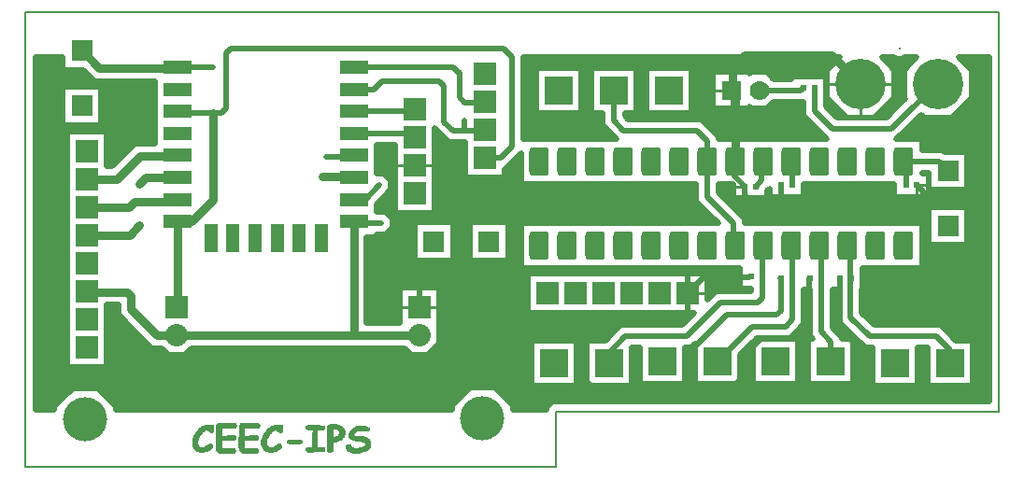
<source format=gbr>
G04 PROTEUS GERBER X2 FILE*
%TF.GenerationSoftware,Labcenter,Proteus,8.6-SP2-Build23525*%
%TF.CreationDate,2019-05-24T14:24:23+00:00*%
%TF.FileFunction,Copper,L1,Top*%
%TF.FilePolarity,Positive*%
%TF.Part,Single*%
%FSLAX45Y45*%
%MOMM*%
G01*
%TA.AperFunction,Conductor*%
%ADD10C,0.508000*%
%ADD11C,0.762000*%
%TA.AperFunction,ViaPad*%
%ADD12C,0.508000*%
%TA.AperFunction,Conductor*%
%ADD13C,0.254000*%
%TA.AperFunction,SMDPad,CuDef*%
%ADD14R,2.540000X1.270000*%
%ADD15R,1.270000X2.540000*%
%TA.AperFunction,ComponentPad*%
%ADD16R,1.905000X1.905000*%
%TA.AperFunction,ComponentPad*%
%ADD17R,2.032000X2.032000*%
%ADD18C,2.032000*%
%AMPPAD009*
4,1,36,
-0.584200,1.270000,
0.584200,1.270000,
0.646520,1.263940,
0.704160,1.246490,
0.755980,1.218770,
0.800890,1.181890,
0.837760,1.136980,
0.865480,1.085160,
0.882930,1.027520,
0.889000,0.965200,
0.889000,-0.965200,
0.882930,-1.027520,
0.865480,-1.085160,
0.837760,-1.136980,
0.800890,-1.181890,
0.755980,-1.218770,
0.704160,-1.246490,
0.646520,-1.263940,
0.584200,-1.270000,
-0.584200,-1.270000,
-0.646520,-1.263940,
-0.704160,-1.246490,
-0.755980,-1.218770,
-0.800890,-1.181890,
-0.837760,-1.136980,
-0.865480,-1.085160,
-0.882930,-1.027520,
-0.889000,-0.965200,
-0.889000,0.965200,
-0.882930,1.027520,
-0.865480,1.085160,
-0.837760,1.136980,
-0.800890,1.181890,
-0.755980,1.218770,
-0.704160,1.246490,
-0.646520,1.263940,
-0.584200,1.270000,
0*%
%TA.AperFunction,ComponentPad*%
%ADD19PPAD009*%
%TA.AperFunction,ComponentPad*%
%ADD70R,2.540000X2.540000*%
%TA.AperFunction,SMDPad,CuDef*%
%ADD71R,0.558800X0.609600*%
%TA.AperFunction,ComponentPad*%
%ADD20C,4.572000*%
%TA.AperFunction,TestPad*%
%ADD21C,0.279400*%
%TA.AperFunction,ComponentPad*%
%ADD22R,1.778000X1.778000*%
%ADD23C,1.778000*%
%TA.AperFunction,OtherPad,Unknown*%
%ADD24C,4.000000*%
%TA.AperFunction,Profile*%
%ADD25C,0.203200*%
%TA.AperFunction,NonConductor*%
%ADD26C,0.063500*%
%TD.AperFunction*%
G36*
X+1063201Y+7036252D02*
X+1063201Y+6783748D01*
X+1074006Y+6772943D01*
X+1043236Y+6743792D01*
X+901043Y+6601599D01*
X+452083Y+6601599D01*
X+349599Y+6704083D01*
X+349599Y+6763321D01*
X+352139Y+6763321D01*
X+352139Y+6976679D01*
X+43861Y+6976679D01*
X+43861Y+6951599D01*
X-120114Y+6951599D01*
X-183614Y+7015099D01*
X-320386Y+7015099D01*
X-336901Y+6998584D01*
X-336901Y+7015099D01*
X-667099Y+7015099D01*
X-667099Y+6684901D01*
X-336901Y+6684901D01*
X-336901Y+6701416D01*
X-320386Y+6684901D01*
X-183614Y+6684901D01*
X-120114Y+6748401D01*
X+146401Y+6748401D01*
X+146401Y+6619917D01*
X+361119Y+6405199D01*
X-618401Y+6405199D01*
X-618401Y+6432083D01*
X-774112Y+6587794D01*
X-1439693Y+6587794D01*
X-1470401Y+6618502D01*
X-1470401Y+6646801D01*
X-1368801Y+6646801D01*
X-1368801Y+7053199D01*
X-1775199Y+7053199D01*
X-1775199Y+6646801D01*
X-1673599Y+6646801D01*
X-1673599Y+6534336D01*
X-1544462Y+6405199D01*
X-2388401Y+6405199D01*
X-2388401Y+7150000D01*
X+476949Y+7150000D01*
X+363201Y+7036252D01*
X+363201Y+6783748D01*
X+541748Y+6605201D01*
X+794252Y+6605201D01*
X+972799Y+6783748D01*
X+972799Y+7036252D01*
X+859051Y+7150000D01*
X+970482Y+7150000D01*
X+980651Y+7139831D01*
X+1055349Y+7139831D01*
X+1065518Y+7150000D01*
X+1176949Y+7150000D01*
X+1063201Y+7036252D01*
G37*
%LPC*%
G36*
X-868801Y+6646801D02*
X-1275199Y+6646801D01*
X-1275199Y+7053199D01*
X-868801Y+7053199D01*
X-868801Y+6646801D01*
G37*
G36*
X-1868801Y+6646801D02*
X-2275199Y+6646801D01*
X-2275199Y+7053199D01*
X-1868801Y+7053199D01*
X-1868801Y+6646801D01*
G37*
%LPD*%
G36*
X+1833641Y+4026359D02*
X-2125771Y+4026359D01*
X-2176359Y+3975771D01*
X-2176359Y+3950000D01*
X-2483801Y+3950000D01*
X-2483801Y+3994405D01*
X-2645595Y+4156199D01*
X-2874405Y+4156199D01*
X-3036199Y+3994405D01*
X-3036199Y+3950000D01*
X-6083801Y+3950000D01*
X-6083801Y+3984405D01*
X-6245595Y+4146199D01*
X-6474405Y+4146199D01*
X-6636199Y+3984405D01*
X-6636199Y+3950000D01*
X-6813641Y+3950000D01*
X-6813641Y+7150000D01*
X-6561449Y+7150000D01*
X-6561449Y+7038551D01*
X-6380193Y+7038551D01*
X-6277343Y+6935701D01*
X-5723199Y+6935701D01*
X-5723199Y+6367996D01*
X-5910077Y+6367996D01*
X-6117774Y+6160299D01*
X-6162201Y+6160299D01*
X-6162201Y+6477799D01*
X-6517799Y+6477799D01*
X-6517799Y+4344201D01*
X-6162201Y+4344201D01*
X-6162201Y+4905701D01*
X-6059656Y+4905701D01*
X-6059656Y+4817997D01*
X-5757360Y+4515701D01*
X-5667147Y+4515701D01*
X-5603647Y+4452201D01*
X-5456353Y+4452201D01*
X-5392853Y+4515701D01*
X-3467147Y+4515701D01*
X-3403647Y+4452201D01*
X-3256353Y+4452201D01*
X-3152201Y+4556353D01*
X-3152201Y+5057799D01*
X-3507799Y+5057799D01*
X-3507799Y+4744299D01*
X-3809421Y+4744299D01*
X-3809421Y+5520301D01*
X-3716801Y+5520301D01*
X-3716801Y+5544260D01*
X-3634149Y+5544260D01*
X-3574634Y+5603775D01*
X-3574634Y+5687943D01*
X-3634149Y+5747458D01*
X-3716801Y+5747458D01*
X-3716801Y+5819517D01*
X-3588401Y+5947916D01*
X-3588401Y+6032084D01*
X-3647916Y+6091599D01*
X-3716801Y+6091599D01*
X-3716801Y+6358401D01*
X-3547799Y+6358401D01*
X-3547799Y+5740201D01*
X-3192201Y+5740201D01*
X-3192201Y+6507075D01*
X-3066400Y+6381274D01*
X-2917799Y+6381274D01*
X-2917799Y+6060201D01*
X-2562201Y+6060201D01*
X-2562201Y+6136401D01*
X-2549917Y+6136401D01*
X-2407099Y+6279219D01*
X-2407099Y+5998801D01*
X-819599Y+5998801D01*
X-819599Y+5842251D01*
X-620547Y+5643199D01*
X-2407099Y+5643199D01*
X-2407099Y+5236801D01*
X-426139Y+5236801D01*
X-426139Y+5053321D01*
X-323071Y+5053321D01*
X-323071Y+5026552D01*
X-647129Y+5026552D01*
X-724201Y+4949480D01*
X-724201Y+5187799D01*
X-2349799Y+5187799D01*
X-2349799Y+4832201D01*
X-841480Y+4832201D01*
X-952082Y+4721599D01*
X-1505870Y+4721599D01*
X-1644270Y+4583199D01*
X-1815199Y+4583199D01*
X-1815199Y+4176801D01*
X-1408801Y+4176801D01*
X-1408801Y+4518401D01*
X-1335199Y+4518401D01*
X-1335199Y+4186801D01*
X-928801Y+4186801D01*
X-928801Y+4518401D01*
X-867916Y+4518401D01*
X-835199Y+4551118D01*
X-835199Y+4186801D01*
X-428801Y+4186801D01*
X-428801Y+4449517D01*
X-305199Y+4573119D01*
X-305199Y+4186801D01*
X+101199Y+4186801D01*
X+101199Y+4593199D01*
X-285119Y+4593199D01*
X-270064Y+4608254D01*
X+28315Y+4608254D01*
X+150086Y+4730025D01*
X+150086Y+5043321D01*
X+206401Y+5043321D01*
X+206401Y+4617917D01*
X+231119Y+4593199D01*
X+194801Y+4593199D01*
X+194801Y+4186801D01*
X+601199Y+4186801D01*
X+601199Y+4593199D01*
X+499599Y+4593199D01*
X+499599Y+4612083D01*
X+409599Y+4702083D01*
X+409599Y+5043321D01*
X+474750Y+5043321D01*
X+474750Y+4751569D01*
X+707326Y+4518993D01*
X+774801Y+4518993D01*
X+774801Y+4176801D01*
X+1181199Y+4176801D01*
X+1181199Y+4518993D01*
X+1274801Y+4518993D01*
X+1274801Y+4176801D01*
X+1681199Y+4176801D01*
X+1681199Y+4583199D01*
X+1533536Y+4583199D01*
X+1394544Y+4722191D01*
X+791492Y+4722191D01*
X+677948Y+4835735D01*
X+677948Y+5043321D01*
X+682139Y+5043321D01*
X+682139Y+5236801D01*
X+1223099Y+5236801D01*
X+1223099Y+5643199D01*
X-380086Y+5643199D01*
X-380086Y+5690102D01*
X-616401Y+5926417D01*
X-616401Y+5998801D01*
X-486139Y+5998801D01*
X-486139Y+5873321D01*
X-177861Y+5873321D01*
X-177861Y+5940457D01*
X-156139Y+5962179D01*
X-156139Y+5883321D01*
X+152139Y+5883321D01*
X+152139Y+5998801D01*
X+973861Y+5998801D01*
X+973861Y+5883321D01*
X+1282139Y+5883321D01*
X+1282139Y+6096679D01*
X+1225099Y+6096679D01*
X+1225099Y+6100401D01*
X+1288551Y+6100401D01*
X+1288551Y+5948551D01*
X+1631449Y+5948551D01*
X+1631449Y+6291449D01*
X+1432233Y+6291449D01*
X+1420083Y+6303599D01*
X+1225099Y+6303599D01*
X+1225099Y+6405199D01*
X+992007Y+6405199D01*
X+1184642Y+6597834D01*
X+1217978Y+6628971D01*
X+1241748Y+6605201D01*
X+1494252Y+6605201D01*
X+1672799Y+6783748D01*
X+1672799Y+7036252D01*
X+1559051Y+7150000D01*
X+1833641Y+7150000D01*
X+1833641Y+4026359D01*
G37*
%LPC*%
G36*
X-6561449Y+6538551D02*
X-6561449Y+6881449D01*
X-6218551Y+6881449D01*
X-6218551Y+6538551D01*
X-6561449Y+6538551D01*
G37*
G36*
X-2528551Y+5308551D02*
X-2871449Y+5308551D01*
X-2871449Y+5651449D01*
X-2528551Y+5651449D01*
X-2528551Y+5308551D01*
G37*
G36*
X-3028551Y+5308551D02*
X-3371449Y+5308551D01*
X-3371449Y+5651449D01*
X-3028551Y+5651449D01*
X-3028551Y+5308551D01*
G37*
G36*
X-1908801Y+4176801D02*
X-2315199Y+4176801D01*
X-2315199Y+4583199D01*
X-1908801Y+4583199D01*
X-1908801Y+4176801D01*
G37*
G36*
X+1288551Y+5448551D02*
X+1288551Y+5791449D01*
X+1631449Y+5791449D01*
X+1631449Y+5448551D01*
X+1288551Y+5448551D01*
G37*
%LPD*%
D10*
X-5559754Y+7056870D02*
X-5559751Y+7056870D01*
X-5202497Y+7056870D01*
X-5201923Y+7056296D01*
D11*
X-6390000Y+7210000D02*
X-6230000Y+7050000D01*
X-5647000Y+7050000D01*
X-5559754Y+7056870D01*
X-5559751Y+7056870D02*
X-5520000Y+7060000D01*
D10*
X-5197920Y+6647975D02*
X-5516170Y+6647975D01*
X-5518171Y+6645974D01*
X-5520000Y+6660000D01*
D11*
X-6340000Y+6046000D02*
X-6070431Y+6046000D01*
X-5862734Y+6253697D01*
X-5526303Y+6253697D01*
X-5520000Y+6260000D01*
X-6340000Y+5792000D02*
X-5964176Y+5792000D01*
X-5913331Y+5842845D01*
X-5532838Y+5842845D01*
X-5524742Y+5850941D01*
X-5520000Y+5860000D01*
X-5520000Y+5660000D02*
X-5394832Y+5660000D01*
X-5199448Y+5855384D01*
X-5199448Y+6646447D01*
X-5197920Y+6647975D01*
X-5520000Y+5660000D02*
X-5520000Y+4890000D01*
X-5530000Y+4880000D01*
X-6340000Y+5538000D02*
X-5957964Y+5538000D01*
X-5866758Y+5629206D01*
X-5866758Y+6005884D02*
X-5809125Y+6063517D01*
X-5647000Y+6063517D01*
X-5520000Y+6060000D01*
X-4210000Y+6070000D02*
X-3930000Y+6070000D01*
X-3920000Y+6060000D01*
D10*
X-3920000Y+6460000D02*
X-3413178Y+6460000D01*
X-3389648Y+6436470D01*
X-3370000Y+6426000D01*
X-3920000Y+6660000D02*
X-3340000Y+6660000D01*
X-3330000Y+6670000D01*
X-3370000Y+6680000D01*
D11*
X-5530000Y+4630000D02*
X-5710017Y+4630000D01*
X-5945357Y+4865340D01*
X-5945357Y+4985357D01*
X-5980000Y+5020000D01*
X-6330000Y+5020000D01*
X-6340000Y+5030000D01*
X-3923720Y+5643688D02*
X-3923720Y+4633774D01*
X-3927494Y+4630000D01*
D10*
X-3676233Y+5645859D02*
X-3921549Y+5645859D01*
X-3923720Y+5643688D01*
X-3920000Y+5660000D01*
D11*
X-5530000Y+4630000D02*
X-3927494Y+4630000D01*
X-3350000Y+4630000D01*
X-3330000Y+4610000D01*
X-3330000Y+4630000D01*
D10*
X-3920000Y+5860000D02*
X-3820000Y+5860000D01*
X-3690000Y+5990000D01*
X-4174438Y+6251245D02*
X-3948212Y+6251245D01*
X-3941492Y+6257965D01*
X-3920000Y+6260000D01*
X-2740000Y+6238000D02*
X-2592000Y+6238000D01*
X-2490000Y+6340000D01*
X-2490000Y+7150000D01*
X-2570000Y+7230000D01*
X-5039052Y+7230000D01*
X-5082580Y+7186472D01*
X-5082580Y+6688851D01*
X-5122897Y+6648534D01*
X-5197361Y+6648534D01*
X-5197920Y+6647975D01*
X+48000Y+5990000D02*
X+48000Y+6165942D01*
X+43823Y+6170119D01*
X+44000Y+6202000D01*
X-382000Y+5980000D02*
X-486610Y+6084610D01*
X-486610Y+6130194D01*
X-464000Y+6202000D01*
X-282000Y+5980000D02*
X-228047Y+6033953D01*
X-228047Y+6075000D01*
X-210000Y+6202000D01*
X+1078000Y+5990000D02*
X+1078000Y+6180478D01*
X+1066031Y+6192447D01*
X+1060000Y+6202000D01*
X+398000Y+4390000D02*
X+398000Y+4570000D01*
X+308000Y+4660000D01*
X+308000Y+5150000D01*
X+576349Y+5148349D02*
X+576349Y+5419500D01*
X+559708Y+5436141D01*
X+552000Y+5440000D01*
X+576349Y+5148349D02*
X+578000Y+5150000D01*
X+308000Y+5150000D02*
X+308000Y+5313000D01*
X+298000Y+5440000D01*
X+48000Y+5150000D02*
X+48000Y+5423981D01*
X+44836Y+5427145D01*
X+44000Y+5440000D01*
X-222000Y+5160000D02*
X-222000Y+5403333D01*
X-200148Y+5425185D01*
X-210000Y+5440000D01*
X-902000Y+5010000D02*
X-892000Y+5020000D01*
X-753691Y+5158309D01*
X-349940Y+5158309D01*
X-322000Y+5160000D01*
X-902000Y+5010000D02*
X-902000Y+5178408D01*
X-934487Y+5210895D01*
X-3279105Y+5210895D01*
X-3330000Y+5160000D01*
X-3330000Y+4981600D01*
X-3330000Y+4880000D01*
X-632000Y+4390000D02*
X-312147Y+4709853D01*
X-53195Y+4709853D01*
X-13768Y+4709853D01*
X+48487Y+4772108D01*
X+48487Y+5149513D01*
X+48000Y+5150000D01*
X-1612000Y+4380000D02*
X-1612000Y+4471787D01*
X-1463787Y+4620000D01*
X-909999Y+4620000D01*
X-605046Y+4924953D01*
X-263180Y+4924953D01*
X-221472Y+4966661D01*
X-221472Y+5159472D01*
X-222000Y+5160000D01*
X-902000Y+5010000D02*
X-902000Y+4778000D01*
X-940000Y+4740000D01*
X-1570000Y+4740000D01*
X-1690000Y+4620000D01*
X-1779035Y+4620000D01*
X-1822274Y+4576761D01*
X-1822274Y+4213366D01*
X-1756890Y+4147982D01*
X-947881Y+4147982D01*
X-886447Y+4209416D01*
X-886447Y+4479221D01*
X-547638Y+4818030D01*
X-196052Y+4818030D01*
X-91799Y+4818030D01*
X-57048Y+4852781D01*
X-57048Y+5147048D01*
X-60000Y+5150000D01*
X-52000Y+5150000D01*
X-947881Y+4147982D02*
X-508882Y+4147982D01*
X-404188Y+4252676D01*
X-404188Y+4431566D01*
X-237676Y+4598078D01*
X+133353Y+4598078D01*
X+204838Y+4669563D01*
X+204838Y+4734978D01*
X+204838Y+5146838D01*
X+208000Y+5150000D01*
X+1478000Y+4380000D02*
X+1478000Y+4495053D01*
X+1352461Y+4620592D01*
X+749409Y+4620592D01*
X+576349Y+4793652D01*
X+576349Y+5148349D01*
X+478000Y+4990000D02*
X+478000Y+5150000D01*
X+133353Y+4598078D02*
X+133353Y+4270022D01*
X+228896Y+4174479D01*
X+589021Y+4174479D01*
X+652760Y+4238218D01*
X+652760Y+4518669D01*
X+557152Y+4614277D01*
X+478000Y+4693429D01*
X+478000Y+4990000D01*
X+1460000Y+6120000D02*
X+1378000Y+6202000D01*
X+1060000Y+6202000D01*
X-93998Y+5834573D02*
X+1229914Y+5834573D01*
X+1230000Y+5834487D01*
X+589021Y+4174479D02*
X+1692109Y+4174479D01*
X+1746169Y+4228539D01*
X+1746169Y+4518301D01*
X+1500033Y+4764437D01*
X+1275563Y+4764437D01*
X+1230000Y+4810000D01*
X+1230000Y+5834487D01*
X+1230000Y+5938000D01*
X+1178000Y+5990000D01*
X-382000Y+5980000D02*
X-382000Y+5899983D01*
X-316590Y+5834573D01*
X-93998Y+5834573D01*
X-51309Y+5877262D01*
X-51309Y+5989309D01*
X-52000Y+5990000D01*
D11*
X+668000Y+6910000D02*
X+405494Y+7172506D01*
X-380655Y+7172506D01*
X-495259Y+7057902D01*
X-495259Y+6938900D01*
X-502000Y+6850000D01*
X-464000Y+6202000D02*
X-464000Y+6779074D01*
X-516697Y+6831771D01*
X-502000Y+6850000D01*
D10*
X-252000Y+6850000D02*
X+128000Y+6850000D01*
X+148000Y+6870000D01*
X+248000Y+6870000D02*
X+248000Y+6662000D01*
X+410000Y+6500000D01*
X+943126Y+6500000D01*
X+1114000Y+6670874D01*
X+1368000Y+6910000D01*
X-1572000Y+6850000D02*
X-1572000Y+6576419D01*
X-1481776Y+6486195D01*
X-816195Y+6486195D01*
X-720000Y+6390000D01*
X-720000Y+6162000D01*
X-718000Y+6160000D01*
X-718000Y+6202000D01*
X-718000Y+6160000D02*
X-718000Y+5884334D01*
X-481685Y+5648019D01*
X-481685Y+5567000D01*
X-464000Y+5440000D01*
X-3015176Y+7051596D02*
X-2968672Y+7005092D01*
X-2968672Y+7003310D01*
X-3920000Y+7060000D02*
X-3025362Y+7060000D01*
X-2968672Y+7003310D01*
X-2968672Y+6788672D01*
X-2920000Y+6740000D01*
X-2695179Y+6740000D01*
X-2690451Y+6744728D01*
X-2740000Y+6746000D01*
X-2924007Y+6580387D02*
X-2924007Y+6484500D01*
X-2925634Y+6482873D01*
X-3920000Y+6860000D02*
X-3743708Y+6860000D01*
X-3669135Y+6934573D01*
X-3148697Y+6934573D01*
X-3106146Y+6892022D01*
X-3106146Y+6564702D01*
X-3024317Y+6482873D01*
X-2925634Y+6482873D01*
X-2755914Y+6482873D01*
X-2749368Y+6476327D01*
X-2740000Y+6492000D01*
D12*
X-5201923Y+7056296D03*
X-5197920Y+6647975D03*
X-5866758Y+5629206D03*
X-5866758Y+6005884D03*
X-4210000Y+6070000D03*
X-3676233Y+5645859D03*
X-3690000Y+5990000D03*
X-4174438Y+6251245D03*
X-3015176Y+7051596D03*
X-2924007Y+6580387D03*
D10*
X+1063201Y+7036252D02*
X+1063201Y+6783748D01*
X+1074006Y+6772943D01*
X+1043236Y+6743792D01*
X+901043Y+6601599D01*
X+452083Y+6601599D01*
X+349599Y+6704083D01*
X+349599Y+6763321D01*
X+352139Y+6763321D01*
X+352139Y+6976679D01*
X+43861Y+6976679D01*
X+43861Y+6951599D01*
X-120114Y+6951599D01*
X-183614Y+7015099D01*
X-320386Y+7015099D01*
X-336901Y+6998584D01*
X-336901Y+7015099D01*
X-667099Y+7015099D01*
X-667099Y+6684901D01*
X-336901Y+6684901D01*
X-336901Y+6701416D01*
X-320386Y+6684901D01*
X-183614Y+6684901D01*
X-120114Y+6748401D01*
X+146401Y+6748401D01*
X+146401Y+6619917D01*
X+361119Y+6405199D01*
X-618401Y+6405199D01*
X-618401Y+6432083D01*
X-774112Y+6587794D01*
X-1439693Y+6587794D01*
X-1470401Y+6618502D01*
X-1470401Y+6646801D01*
X-1368801Y+6646801D01*
X-1368801Y+7053199D01*
X-1775199Y+7053199D01*
X-1775199Y+6646801D01*
X-1673599Y+6646801D01*
X-1673599Y+6534336D01*
X-1544462Y+6405199D01*
X-2388401Y+6405199D01*
X-2388401Y+7150000D01*
X+476949Y+7150000D01*
X+363201Y+7036252D01*
X+363201Y+6783748D01*
X+541748Y+6605201D01*
X+794252Y+6605201D01*
X+972799Y+6783748D01*
X+972799Y+7036252D01*
X+859051Y+7150000D01*
X+970482Y+7150000D01*
X+980651Y+7139831D01*
X+1055349Y+7139831D01*
X+1065518Y+7150000D01*
X+1176949Y+7150000D01*
X+1063201Y+7036252D01*
X-868801Y+6646801D02*
X-1275199Y+6646801D01*
X-1275199Y+7053199D01*
X-868801Y+7053199D01*
X-868801Y+6646801D01*
X-1868801Y+6646801D02*
X-2275199Y+6646801D01*
X-2275199Y+7053199D01*
X-1868801Y+7053199D01*
X-1868801Y+6646801D01*
X+1833641Y+4026359D02*
X-2125771Y+4026359D01*
X-2176359Y+3975771D01*
X-2176359Y+3950000D01*
X-2483801Y+3950000D01*
X-2483801Y+3994405D01*
X-2645595Y+4156199D01*
X-2874405Y+4156199D01*
X-3036199Y+3994405D01*
X-3036199Y+3950000D01*
X-6083801Y+3950000D01*
X-6083801Y+3984405D01*
X-6245595Y+4146199D01*
X-6474405Y+4146199D01*
X-6636199Y+3984405D01*
X-6636199Y+3950000D01*
X-6813641Y+3950000D01*
X-6813641Y+7150000D01*
X-6561449Y+7150000D01*
X-6561449Y+7038551D01*
X-6380193Y+7038551D01*
X-6277343Y+6935701D01*
X-5723199Y+6935701D01*
X-5723199Y+6367996D01*
X-5910077Y+6367996D01*
X-6117774Y+6160299D01*
X-6162201Y+6160299D01*
X-6162201Y+6477799D01*
X-6517799Y+6477799D01*
X-6517799Y+4344201D01*
X-6162201Y+4344201D01*
X-6162201Y+4905701D01*
X-6059656Y+4905701D01*
X-6059656Y+4817997D01*
X-5757360Y+4515701D01*
X-5667147Y+4515701D01*
X-5603647Y+4452201D01*
X-5456353Y+4452201D01*
X-5392853Y+4515701D01*
X-3467147Y+4515701D01*
X-3403647Y+4452201D01*
X-3256353Y+4452201D01*
X-3152201Y+4556353D01*
X-3152201Y+5057799D01*
X-3507799Y+5057799D01*
X-3507799Y+4744299D01*
X-3809421Y+4744299D01*
X-3809421Y+5520301D01*
X-3716801Y+5520301D01*
X-3716801Y+5544260D01*
X-3634149Y+5544260D01*
X-3574634Y+5603775D01*
X-3574634Y+5687943D01*
X-3634149Y+5747458D01*
X-3716801Y+5747458D01*
X-3716801Y+5819517D01*
X-3588401Y+5947916D01*
X-3588401Y+6032084D01*
X-3647916Y+6091599D01*
X-3716801Y+6091599D01*
X-3716801Y+6358401D01*
X-3547799Y+6358401D01*
X-3547799Y+5740201D01*
X-3192201Y+5740201D01*
X-3192201Y+6507075D01*
X-3066400Y+6381274D01*
X-2917799Y+6381274D01*
X-2917799Y+6060201D01*
X-2562201Y+6060201D01*
X-2562201Y+6136401D01*
X-2549917Y+6136401D01*
X-2407099Y+6279219D01*
X-2407099Y+5998801D01*
X-819599Y+5998801D01*
X-819599Y+5842251D01*
X-620547Y+5643199D01*
X-2407099Y+5643199D01*
X-2407099Y+5236801D01*
X-426139Y+5236801D01*
X-426139Y+5053321D01*
X-323071Y+5053321D01*
X-323071Y+5026552D01*
X-647129Y+5026552D01*
X-724201Y+4949480D01*
X-724201Y+5187799D01*
X-2349799Y+5187799D01*
X-2349799Y+4832201D01*
X-841480Y+4832201D01*
X-952082Y+4721599D01*
X-1505870Y+4721599D01*
X-1644270Y+4583199D01*
X-1815199Y+4583199D01*
X-1815199Y+4176801D01*
X-1408801Y+4176801D01*
X-1408801Y+4518401D01*
X-1335199Y+4518401D01*
X-1335199Y+4186801D01*
X-928801Y+4186801D01*
X-928801Y+4518401D01*
X-867916Y+4518401D01*
X-835199Y+4551118D01*
X-835199Y+4186801D01*
X-428801Y+4186801D01*
X-428801Y+4449517D01*
X-305199Y+4573119D01*
X-305199Y+4186801D01*
X+101199Y+4186801D01*
X+101199Y+4593199D01*
X-285119Y+4593199D01*
X-270064Y+4608254D01*
X+28315Y+4608254D01*
X+150086Y+4730025D01*
X+150086Y+5043321D01*
X+206401Y+5043321D01*
X+206401Y+4617917D01*
X+231119Y+4593199D01*
X+194801Y+4593199D01*
X+194801Y+4186801D01*
X+601199Y+4186801D01*
X+601199Y+4593199D01*
X+499599Y+4593199D01*
X+499599Y+4612083D01*
X+409599Y+4702083D01*
X+409599Y+5043321D01*
X+474750Y+5043321D01*
X+474750Y+4751569D01*
X+707326Y+4518993D01*
X+774801Y+4518993D01*
X+774801Y+4176801D01*
X+1181199Y+4176801D01*
X+1181199Y+4518993D01*
X+1274801Y+4518993D01*
X+1274801Y+4176801D01*
X+1681199Y+4176801D01*
X+1681199Y+4583199D01*
X+1533536Y+4583199D01*
X+1394544Y+4722191D01*
X+791492Y+4722191D01*
X+677948Y+4835735D01*
X+677948Y+5043321D01*
X+682139Y+5043321D01*
X+682139Y+5236801D01*
X+1223099Y+5236801D01*
X+1223099Y+5643199D01*
X-380086Y+5643199D01*
X-380086Y+5690102D01*
X-616401Y+5926417D01*
X-616401Y+5998801D01*
X-486139Y+5998801D01*
X-486139Y+5873321D01*
X-177861Y+5873321D01*
X-177861Y+5940457D01*
X-156139Y+5962179D01*
X-156139Y+5883321D01*
X+152139Y+5883321D01*
X+152139Y+5998801D01*
X+973861Y+5998801D01*
X+973861Y+5883321D01*
X+1282139Y+5883321D01*
X+1282139Y+6096679D01*
X+1225099Y+6096679D01*
X+1225099Y+6100401D01*
X+1288551Y+6100401D01*
X+1288551Y+5948551D01*
X+1631449Y+5948551D01*
X+1631449Y+6291449D01*
X+1432233Y+6291449D01*
X+1420083Y+6303599D01*
X+1225099Y+6303599D01*
X+1225099Y+6405199D01*
X+992007Y+6405199D01*
X+1184642Y+6597834D01*
X+1217978Y+6628971D01*
X+1241748Y+6605201D01*
X+1494252Y+6605201D01*
X+1672799Y+6783748D01*
X+1672799Y+7036252D01*
X+1559051Y+7150000D01*
X+1833641Y+7150000D01*
X+1833641Y+4026359D01*
X-6561449Y+6538551D02*
X-6561449Y+6881449D01*
X-6218551Y+6881449D01*
X-6218551Y+6538551D01*
X-6561449Y+6538551D01*
X-2528551Y+5308551D02*
X-2871449Y+5308551D01*
X-2871449Y+5651449D01*
X-2528551Y+5651449D01*
X-2528551Y+5308551D01*
X-3028551Y+5308551D02*
X-3371449Y+5308551D01*
X-3371449Y+5651449D01*
X-3028551Y+5651449D01*
X-3028551Y+5308551D01*
X-1908801Y+4176801D02*
X-2315199Y+4176801D01*
X-2315199Y+4583199D01*
X-1908801Y+4583199D01*
X-1908801Y+4176801D01*
X+1288551Y+5448551D02*
X+1288551Y+5791449D01*
X+1631449Y+5791449D01*
X+1631449Y+5448551D01*
X+1288551Y+5448551D01*
D13*
X-3547799Y+6172000D02*
X-3370000Y+6172000D01*
X-3192201Y+6172000D02*
X-3370000Y+6172000D01*
X-3330000Y+5057799D02*
X-3330000Y+4880000D01*
X-3507799Y+4880000D02*
X-3330000Y+4880000D01*
X-3152201Y+4880000D02*
X-3330000Y+4880000D01*
X-464000Y+6405199D02*
X-464000Y+6202000D01*
X-724201Y+5010000D02*
X-902000Y+5010000D01*
X-902000Y+5187799D02*
X-902000Y+5010000D01*
X-902000Y+4832201D02*
X-902000Y+5010000D01*
X-426139Y+5160000D02*
X-322000Y+5160000D01*
X-486139Y+5980000D02*
X-382000Y+5980000D01*
X-382000Y+5873321D02*
X-382000Y+5980000D01*
X+1282139Y+5990000D02*
X+1178000Y+5990000D01*
X+1178000Y+5883321D02*
X+1178000Y+5990000D01*
X-52000Y+5883321D02*
X-52000Y+5990000D01*
X+363201Y+6910000D02*
X+668000Y+6910000D01*
X+972799Y+6910000D02*
X+668000Y+6910000D01*
X+668000Y+6605201D02*
X+668000Y+6910000D01*
X-667099Y+6850000D02*
X-502000Y+6850000D01*
X-502000Y+6684901D02*
X-502000Y+6850000D01*
X-502000Y+7015099D02*
X-502000Y+6850000D01*
D14*
X-5520000Y+7060000D03*
X-5520000Y+6860000D03*
X-5520000Y+6660000D03*
X-5520000Y+6460000D03*
X-5520000Y+6260000D03*
X-5520000Y+6060000D03*
X-5520000Y+5860000D03*
X-5520000Y+5660000D03*
D15*
X-5220000Y+5510000D03*
X-5020000Y+5510000D03*
X-4820000Y+5510000D03*
X-4620000Y+5510000D03*
X-4420000Y+5510000D03*
X-4220000Y+5510000D03*
D14*
X-3920000Y+5660000D03*
X-3920000Y+5860000D03*
X-3920000Y+6060000D03*
X-3920000Y+6260000D03*
X-3920000Y+6460000D03*
X-3920000Y+6660000D03*
X-3920000Y+6860000D03*
X-3920000Y+7060000D03*
D16*
X-6390000Y+6710000D03*
X-6390000Y+7210000D03*
D17*
X-3370000Y+6680000D03*
X-3370000Y+6426000D03*
X-3370000Y+6172000D03*
X-3370000Y+5918000D03*
X-2740000Y+7000000D03*
X-2740000Y+6746000D03*
X-2740000Y+6492000D03*
X-2740000Y+6238000D03*
X-6340000Y+6300000D03*
X-6340000Y+6046000D03*
X-6340000Y+5792000D03*
X-6340000Y+5538000D03*
X-6340000Y+5284000D03*
X-6340000Y+5030000D03*
X-6340000Y+4776000D03*
X-6340000Y+4522000D03*
X-3330000Y+4880000D03*
D18*
X-3330000Y+4630000D03*
D17*
X-5530000Y+4880000D03*
D18*
X-5530000Y+4630000D03*
D16*
X-2700000Y+5480000D03*
X-3200000Y+5480000D03*
D19*
X+1060000Y+6202000D03*
X+806000Y+6202000D03*
X+552000Y+6202000D03*
X+298000Y+6202000D03*
X+44000Y+6202000D03*
X-210000Y+6202000D03*
X-464000Y+6202000D03*
X-718000Y+6202000D03*
X-972000Y+6202000D03*
X-1226000Y+6202000D03*
X-1480000Y+6202000D03*
X-1734000Y+6202000D03*
X-1988000Y+6202000D03*
X-2242000Y+6202000D03*
X-2242000Y+5440000D03*
X-1988000Y+5440000D03*
X-1734000Y+5440000D03*
X-1480000Y+5440000D03*
X-1226000Y+5440000D03*
X-972000Y+5440000D03*
X-718000Y+5440000D03*
X-464000Y+5440000D03*
X-210000Y+5440000D03*
X+44000Y+5440000D03*
X+298000Y+5440000D03*
X+552000Y+5440000D03*
X+806000Y+5440000D03*
X+1058000Y+5440000D03*
D70*
X-1612000Y+4380000D03*
X-2112000Y+4380000D03*
X-632000Y+4390000D03*
X-1132000Y+4390000D03*
X+398000Y+4390000D03*
X-102000Y+4390000D03*
X+1478000Y+4380000D03*
X+978000Y+4380000D03*
X-1072000Y+6850000D03*
X-1572000Y+6850000D03*
X-2072000Y+6850000D03*
D16*
X+1460000Y+5620000D03*
X+1460000Y+6120000D03*
D17*
X-902000Y+5010000D03*
X-1156000Y+5010000D03*
X-1410000Y+5010000D03*
X-1664000Y+5010000D03*
X-1918000Y+5010000D03*
X-2172000Y+5010000D03*
D71*
X-222000Y+5160000D03*
X-322000Y+5160000D03*
X+48000Y+5150000D03*
X-52000Y+5150000D03*
X+308000Y+5150000D03*
X+208000Y+5150000D03*
X-282000Y+5980000D03*
X-382000Y+5980000D03*
X+578000Y+5150000D03*
X+478000Y+5150000D03*
X+1178000Y+5990000D03*
X+1078000Y+5990000D03*
X+48000Y+5990000D03*
X-52000Y+5990000D03*
D20*
X+668000Y+6910000D03*
X+1368000Y+6910000D03*
D21*
X+1018000Y+7230000D03*
D22*
X-502000Y+6850000D03*
D23*
X-252000Y+6850000D03*
D71*
X+248000Y+6870000D03*
X+148000Y+6870000D03*
D24*
X-6360000Y+3870000D03*
X-2760000Y+3880000D03*
D25*
X-6900000Y+7560000D02*
X+1920000Y+7560000D01*
X-6900000Y+7560000D02*
X-6900000Y+3440000D01*
X+1920000Y+7560000D02*
X+1920000Y+3940000D01*
X-6900000Y+3440000D02*
X-2090000Y+3440000D01*
X-2090000Y+3940000D01*
X+1920000Y+3940000D01*
D26*
X-5125680Y+3561380D02*
X-5024080Y+3561380D01*
X-4917400Y+3561380D02*
X-4815800Y+3561380D01*
X-5146000Y+3566460D02*
X-5008840Y+3566460D01*
X-4937720Y+3566460D02*
X-4800560Y+3566460D01*
X-3936960Y+3566460D02*
X-3870920Y+3566460D01*
X-5323800Y+3571540D02*
X-5283160Y+3571540D01*
X-5156160Y+3571540D02*
X-5003760Y+3571540D01*
X-4947880Y+3571540D02*
X-4795480Y+3571540D01*
X-4698960Y+3571540D02*
X-4658320Y+3571540D01*
X-4348440Y+3571540D02*
X-4297640Y+3571540D01*
X-4155400Y+3571540D02*
X-4135080Y+3571540D01*
X-3957280Y+3571540D02*
X-3850600Y+3571540D01*
X-5339040Y+3576620D02*
X-5267920Y+3576620D01*
X-5161240Y+3576620D02*
X-4998680Y+3576620D01*
X-4952960Y+3576620D02*
X-4790400Y+3576620D01*
X-4714200Y+3576620D02*
X-4643080Y+3576620D01*
X-4353520Y+3576620D02*
X-4201120Y+3576620D01*
X-4165560Y+3576620D02*
X-4124920Y+3576620D01*
X-3967440Y+3576620D02*
X-3830280Y+3576620D01*
X-5349200Y+3581700D02*
X-5252680Y+3581700D01*
X-5166320Y+3581700D02*
X-4998680Y+3581700D01*
X-4958040Y+3581700D02*
X-4790400Y+3581700D01*
X-4724360Y+3581700D02*
X-4627840Y+3581700D01*
X-4353520Y+3581700D02*
X-4196040Y+3581700D01*
X-4170640Y+3581700D02*
X-4119840Y+3581700D01*
X-3977600Y+3581700D02*
X-3820120Y+3581700D01*
X-5354280Y+3586780D02*
X-5242520Y+3586780D01*
X-5166320Y+3586780D02*
X-4998680Y+3586780D01*
X-4958040Y+3586780D02*
X-4790400Y+3586780D01*
X-4729440Y+3586780D02*
X-4617680Y+3586780D01*
X-4358600Y+3586780D02*
X-4190960Y+3586780D01*
X-4170640Y+3586780D02*
X-4119840Y+3586780D01*
X-3982680Y+3586780D02*
X-3809960Y+3586780D01*
X-5364440Y+3591860D02*
X-5237440Y+3591860D01*
X-5171400Y+3591860D02*
X-4998680Y+3591860D01*
X-4963120Y+3591860D02*
X-4790400Y+3591860D01*
X-4739600Y+3591860D02*
X-4612600Y+3591860D01*
X-4358600Y+3591860D02*
X-4190960Y+3591860D01*
X-4170640Y+3591860D02*
X-4119840Y+3591860D01*
X-3987760Y+3591860D02*
X-3804880Y+3591860D01*
X-5369520Y+3596940D02*
X-5227280Y+3596940D01*
X-5171400Y+3596940D02*
X-5003760Y+3596940D01*
X-4963120Y+3596940D02*
X-4795480Y+3596940D01*
X-4744680Y+3596940D02*
X-4602440Y+3596940D01*
X-4358600Y+3596940D02*
X-4190960Y+3596940D01*
X-4170640Y+3596940D02*
X-4119840Y+3596940D01*
X-3992840Y+3596940D02*
X-3794720Y+3596940D01*
X-5369520Y+3602020D02*
X-5222200Y+3602020D01*
X-5171400Y+3602020D02*
X-5008840Y+3602020D01*
X-4963120Y+3602020D02*
X-4800560Y+3602020D01*
X-4744680Y+3602020D02*
X-4597360Y+3602020D01*
X-4358600Y+3602020D02*
X-4190960Y+3602020D01*
X-4170640Y+3602020D02*
X-4119840Y+3602020D01*
X-3992840Y+3602020D02*
X-3789640Y+3602020D01*
X-5374600Y+3607100D02*
X-5217120Y+3607100D01*
X-5171400Y+3607100D02*
X-5125680Y+3607100D01*
X-4963120Y+3607100D02*
X-4917400Y+3607100D01*
X-4749760Y+3607100D02*
X-4592280Y+3607100D01*
X-4353520Y+3607100D02*
X-4190960Y+3607100D01*
X-4170640Y+3607100D02*
X-4119840Y+3607100D01*
X-3997920Y+3607100D02*
X-3784560Y+3607100D01*
X-5379680Y+3612180D02*
X-5212040Y+3612180D01*
X-5176480Y+3612180D02*
X-5125680Y+3612180D01*
X-4968200Y+3612180D02*
X-4917400Y+3612180D01*
X-4754840Y+3612180D02*
X-4587200Y+3612180D01*
X-4353520Y+3612180D02*
X-4196040Y+3612180D01*
X-4170640Y+3612180D02*
X-4119840Y+3612180D01*
X-3997920Y+3612180D02*
X-3926800Y+3612180D01*
X-3876000Y+3612180D02*
X-3784560Y+3612180D01*
X-5379680Y+3617260D02*
X-5318720Y+3617260D01*
X-5288240Y+3617260D02*
X-5206960Y+3617260D01*
X-5176480Y+3617260D02*
X-5125680Y+3617260D01*
X-4968200Y+3617260D02*
X-4917400Y+3617260D01*
X-4754840Y+3617260D02*
X-4693880Y+3617260D01*
X-4663400Y+3617260D02*
X-4582120Y+3617260D01*
X-4343360Y+3617260D02*
X-4201120Y+3617260D01*
X-4170640Y+3617260D02*
X-4119840Y+3617260D01*
X-3997920Y+3617260D02*
X-3942040Y+3617260D01*
X-3855680Y+3617260D02*
X-3779480Y+3617260D01*
X-5384760Y+3622340D02*
X-5328880Y+3622340D01*
X-5273000Y+3622340D02*
X-5206960Y+3622340D01*
X-5176480Y+3622340D02*
X-5125680Y+3622340D01*
X-4968200Y+3622340D02*
X-4917400Y+3622340D01*
X-4759920Y+3622340D02*
X-4704040Y+3622340D01*
X-4648160Y+3622340D02*
X-4582120Y+3622340D01*
X-4302720Y+3622340D02*
X-4257000Y+3622340D01*
X-4170640Y+3622340D02*
X-4119840Y+3622340D01*
X-3997920Y+3622340D02*
X-3947120Y+3622340D01*
X-3845520Y+3622340D02*
X-3779480Y+3622340D01*
X-5384760Y+3627420D02*
X-5333960Y+3627420D01*
X-5267920Y+3627420D02*
X-5206960Y+3627420D01*
X-5176480Y+3627420D02*
X-5125680Y+3627420D01*
X-4968200Y+3627420D02*
X-4917400Y+3627420D01*
X-4759920Y+3627420D02*
X-4709120Y+3627420D01*
X-4643080Y+3627420D02*
X-4582120Y+3627420D01*
X-4302720Y+3627420D02*
X-4257000Y+3627420D01*
X-4170640Y+3627420D02*
X-4119840Y+3627420D01*
X-3997920Y+3627420D02*
X-3952200Y+3627420D01*
X-3830280Y+3627420D02*
X-3774400Y+3627420D01*
X-5384760Y+3632500D02*
X-5339040Y+3632500D01*
X-5257760Y+3632500D02*
X-5206960Y+3632500D01*
X-5176480Y+3632500D02*
X-5125680Y+3632500D01*
X-4968200Y+3632500D02*
X-4917400Y+3632500D01*
X-4759920Y+3632500D02*
X-4714200Y+3632500D01*
X-4632920Y+3632500D02*
X-4582120Y+3632500D01*
X-4302720Y+3632500D02*
X-4257000Y+3632500D01*
X-4170640Y+3632500D02*
X-4119840Y+3632500D01*
X-3992840Y+3632500D02*
X-3952200Y+3632500D01*
X-3825200Y+3632500D02*
X-3774400Y+3632500D01*
X-5389840Y+3637580D02*
X-5339040Y+3637580D01*
X-5252680Y+3637580D02*
X-5212040Y+3637580D01*
X-5176480Y+3637580D02*
X-5125680Y+3637580D01*
X-4968200Y+3637580D02*
X-4917400Y+3637580D01*
X-4765000Y+3637580D02*
X-4714200Y+3637580D01*
X-4627840Y+3637580D02*
X-4587200Y+3637580D01*
X-4302720Y+3637580D02*
X-4257000Y+3637580D01*
X-4170640Y+3637580D02*
X-4119840Y+3637580D01*
X-3992840Y+3637580D02*
X-3957280Y+3637580D01*
X-3820120Y+3637580D02*
X-3774400Y+3637580D01*
X-5389840Y+3642660D02*
X-5344120Y+3642660D01*
X-5247600Y+3642660D02*
X-5212040Y+3642660D01*
X-5176480Y+3642660D02*
X-5125680Y+3642660D01*
X-4968200Y+3642660D02*
X-4917400Y+3642660D01*
X-4765000Y+3642660D02*
X-4719280Y+3642660D01*
X-4622760Y+3642660D02*
X-4587200Y+3642660D01*
X-4302720Y+3642660D02*
X-4257000Y+3642660D01*
X-4170640Y+3642660D02*
X-4119840Y+3642660D01*
X-3987760Y+3642660D02*
X-3962360Y+3642660D01*
X-3820120Y+3642660D02*
X-3774400Y+3642660D01*
X-5389840Y+3647740D02*
X-5344120Y+3647740D01*
X-5237440Y+3647740D02*
X-5217120Y+3647740D01*
X-5176480Y+3647740D02*
X-5125680Y+3647740D01*
X-4968200Y+3647740D02*
X-4917400Y+3647740D01*
X-4765000Y+3647740D02*
X-4719280Y+3647740D01*
X-4612600Y+3647740D02*
X-4592280Y+3647740D01*
X-4516080Y+3647740D02*
X-4409400Y+3647740D01*
X-4302720Y+3647740D02*
X-4257000Y+3647740D01*
X-4170640Y+3647740D02*
X-4119840Y+3647740D01*
X-3820120Y+3647740D02*
X-3774400Y+3647740D01*
X-5389840Y+3652820D02*
X-5344120Y+3652820D01*
X-5176480Y+3652820D02*
X-5125680Y+3652820D01*
X-4968200Y+3652820D02*
X-4917400Y+3652820D01*
X-4765000Y+3652820D02*
X-4719280Y+3652820D01*
X-4526240Y+3652820D02*
X-4404320Y+3652820D01*
X-4302720Y+3652820D02*
X-4257000Y+3652820D01*
X-4170640Y+3652820D02*
X-4119840Y+3652820D01*
X-3820120Y+3652820D02*
X-3774400Y+3652820D01*
X-5389840Y+3657900D02*
X-5344120Y+3657900D01*
X-5176480Y+3657900D02*
X-5125680Y+3657900D01*
X-4968200Y+3657900D02*
X-4917400Y+3657900D01*
X-4765000Y+3657900D02*
X-4719280Y+3657900D01*
X-4531320Y+3657900D02*
X-4399240Y+3657900D01*
X-4302720Y+3657900D02*
X-4257000Y+3657900D01*
X-4170640Y+3657900D02*
X-4119840Y+3657900D01*
X-3825200Y+3657900D02*
X-3774400Y+3657900D01*
X-5389840Y+3662980D02*
X-5344120Y+3662980D01*
X-5176480Y+3662980D02*
X-5125680Y+3662980D01*
X-4968200Y+3662980D02*
X-4917400Y+3662980D01*
X-4765000Y+3662980D02*
X-4719280Y+3662980D01*
X-4531320Y+3662980D02*
X-4399240Y+3662980D01*
X-4302720Y+3662980D02*
X-4257000Y+3662980D01*
X-4170640Y+3662980D02*
X-4119840Y+3662980D01*
X-3830280Y+3662980D02*
X-3774400Y+3662980D01*
X-5389840Y+3668060D02*
X-5344120Y+3668060D01*
X-5176480Y+3668060D02*
X-5125680Y+3668060D01*
X-4968200Y+3668060D02*
X-4917400Y+3668060D01*
X-4765000Y+3668060D02*
X-4719280Y+3668060D01*
X-4531320Y+3668060D02*
X-4399240Y+3668060D01*
X-4302720Y+3668060D02*
X-4257000Y+3668060D01*
X-4170640Y+3668060D02*
X-4079200Y+3668060D01*
X-3850600Y+3668060D02*
X-3779480Y+3668060D01*
X-5389840Y+3673140D02*
X-5344120Y+3673140D01*
X-5176480Y+3673140D02*
X-5125680Y+3673140D01*
X-4968200Y+3673140D02*
X-4917400Y+3673140D01*
X-4765000Y+3673140D02*
X-4719280Y+3673140D01*
X-4531320Y+3673140D02*
X-4399240Y+3673140D01*
X-4302720Y+3673140D02*
X-4257000Y+3673140D01*
X-4170640Y+3673140D02*
X-4063960Y+3673140D01*
X-3911560Y+3673140D02*
X-3779480Y+3673140D01*
X-5389840Y+3678220D02*
X-5339040Y+3678220D01*
X-5176480Y+3678220D02*
X-5069800Y+3678220D01*
X-4968200Y+3678220D02*
X-4861520Y+3678220D01*
X-4765000Y+3678220D02*
X-4714200Y+3678220D01*
X-4526240Y+3678220D02*
X-4404320Y+3678220D01*
X-4302720Y+3678220D02*
X-4257000Y+3678220D01*
X-4170640Y+3678220D02*
X-4053800Y+3678220D01*
X-3931880Y+3678220D02*
X-3784560Y+3678220D01*
X-5384760Y+3683300D02*
X-5339040Y+3683300D01*
X-5176480Y+3683300D02*
X-5008840Y+3683300D01*
X-4968200Y+3683300D02*
X-4800560Y+3683300D01*
X-4759920Y+3683300D02*
X-4714200Y+3683300D01*
X-4516080Y+3683300D02*
X-4414480Y+3683300D01*
X-4302720Y+3683300D02*
X-4257000Y+3683300D01*
X-4170640Y+3683300D02*
X-4043640Y+3683300D01*
X-3942040Y+3683300D02*
X-3784560Y+3683300D01*
X-5384760Y+3688380D02*
X-5339040Y+3688380D01*
X-5176480Y+3688380D02*
X-5003760Y+3688380D01*
X-4968200Y+3688380D02*
X-4795480Y+3688380D01*
X-4759920Y+3688380D02*
X-4714200Y+3688380D01*
X-4302720Y+3688380D02*
X-4257000Y+3688380D01*
X-4170640Y+3688380D02*
X-4038560Y+3688380D01*
X-3952200Y+3688380D02*
X-3789640Y+3688380D01*
X-5384760Y+3693460D02*
X-5339040Y+3693460D01*
X-5176480Y+3693460D02*
X-4998680Y+3693460D01*
X-4968200Y+3693460D02*
X-4790400Y+3693460D01*
X-4759920Y+3693460D02*
X-4714200Y+3693460D01*
X-4302720Y+3693460D02*
X-4257000Y+3693460D01*
X-4170640Y+3693460D02*
X-4033480Y+3693460D01*
X-3957280Y+3693460D02*
X-3794720Y+3693460D01*
X-5384760Y+3698540D02*
X-5333960Y+3698540D01*
X-5176480Y+3698540D02*
X-4998680Y+3698540D01*
X-4968200Y+3698540D02*
X-4790400Y+3698540D01*
X-4759920Y+3698540D02*
X-4709120Y+3698540D01*
X-4302720Y+3698540D02*
X-4257000Y+3698540D01*
X-4170640Y+3698540D02*
X-4028400Y+3698540D01*
X-3962360Y+3698540D02*
X-3799800Y+3698540D01*
X-5379680Y+3703620D02*
X-5333960Y+3703620D01*
X-5176480Y+3703620D02*
X-4998680Y+3703620D01*
X-4968200Y+3703620D02*
X-4790400Y+3703620D01*
X-4754840Y+3703620D02*
X-4709120Y+3703620D01*
X-4302720Y+3703620D02*
X-4257000Y+3703620D01*
X-4170640Y+3703620D02*
X-4023320Y+3703620D01*
X-3967440Y+3703620D02*
X-3809960Y+3703620D01*
X-5379680Y+3708700D02*
X-5328880Y+3708700D01*
X-5171400Y+3708700D02*
X-4998680Y+3708700D01*
X-4963120Y+3708700D02*
X-4790400Y+3708700D01*
X-4754840Y+3708700D02*
X-4704040Y+3708700D01*
X-4302720Y+3708700D02*
X-4257000Y+3708700D01*
X-4170640Y+3708700D02*
X-4018240Y+3708700D01*
X-3972520Y+3708700D02*
X-3820120Y+3708700D01*
X-5379680Y+3713780D02*
X-5323800Y+3713780D01*
X-5171400Y+3713780D02*
X-4998680Y+3713780D01*
X-4963120Y+3713780D02*
X-4790400Y+3713780D01*
X-4754840Y+3713780D02*
X-4698960Y+3713780D01*
X-4302720Y+3713780D02*
X-4257000Y+3713780D01*
X-4165560Y+3713780D02*
X-4119840Y+3713780D01*
X-4089360Y+3713780D02*
X-4018240Y+3713780D01*
X-3972520Y+3713780D02*
X-3840440Y+3713780D01*
X-5374600Y+3718860D02*
X-5323800Y+3718860D01*
X-5171400Y+3718860D02*
X-5003760Y+3718860D01*
X-4963120Y+3718860D02*
X-4795480Y+3718860D01*
X-4749760Y+3718860D02*
X-4698960Y+3718860D01*
X-4302720Y+3718860D02*
X-4257000Y+3718860D01*
X-4165560Y+3718860D02*
X-4119840Y+3718860D01*
X-4074120Y+3718860D02*
X-4013160Y+3718860D01*
X-3972520Y+3718860D02*
X-3901400Y+3718860D01*
X-5374600Y+3723940D02*
X-5318720Y+3723940D01*
X-5171400Y+3723940D02*
X-5125680Y+3723940D01*
X-5074880Y+3723940D02*
X-5008840Y+3723940D01*
X-4963120Y+3723940D02*
X-4917400Y+3723940D01*
X-4866600Y+3723940D02*
X-4800560Y+3723940D01*
X-4749760Y+3723940D02*
X-4693880Y+3723940D01*
X-4302720Y+3723940D02*
X-4257000Y+3723940D01*
X-4165560Y+3723940D02*
X-4119840Y+3723940D01*
X-4069040Y+3723940D02*
X-4013160Y+3723940D01*
X-3972520Y+3723940D02*
X-3921720Y+3723940D01*
X-5369520Y+3729020D02*
X-5313640Y+3729020D01*
X-5171400Y+3729020D02*
X-5125680Y+3729020D01*
X-4963120Y+3729020D02*
X-4917400Y+3729020D01*
X-4744680Y+3729020D02*
X-4688800Y+3729020D01*
X-4302720Y+3729020D02*
X-4257000Y+3729020D01*
X-4165560Y+3729020D02*
X-4119840Y+3729020D01*
X-4063960Y+3729020D02*
X-4013160Y+3729020D01*
X-3972520Y+3729020D02*
X-3926800Y+3729020D01*
X-5369520Y+3734100D02*
X-5313640Y+3734100D01*
X-5171400Y+3734100D02*
X-5125680Y+3734100D01*
X-4963120Y+3734100D02*
X-4917400Y+3734100D01*
X-4744680Y+3734100D02*
X-4688800Y+3734100D01*
X-4302720Y+3734100D02*
X-4257000Y+3734100D01*
X-4165560Y+3734100D02*
X-4119840Y+3734100D01*
X-4058880Y+3734100D02*
X-4008080Y+3734100D01*
X-3972520Y+3734100D02*
X-3926800Y+3734100D01*
X-5364440Y+3739180D02*
X-5308560Y+3739180D01*
X-5171400Y+3739180D02*
X-5125680Y+3739180D01*
X-4963120Y+3739180D02*
X-4917400Y+3739180D01*
X-4739600Y+3739180D02*
X-4683720Y+3739180D01*
X-4302720Y+3739180D02*
X-4257000Y+3739180D01*
X-4165560Y+3739180D02*
X-4119840Y+3739180D01*
X-4053800Y+3739180D02*
X-4008080Y+3739180D01*
X-3972520Y+3739180D02*
X-3926800Y+3739180D01*
X-5359360Y+3744260D02*
X-5303480Y+3744260D01*
X-5171400Y+3744260D02*
X-5125680Y+3744260D01*
X-4963120Y+3744260D02*
X-4917400Y+3744260D01*
X-4734520Y+3744260D02*
X-4678640Y+3744260D01*
X-4302720Y+3744260D02*
X-4257000Y+3744260D01*
X-4165560Y+3744260D02*
X-4119840Y+3744260D01*
X-4053800Y+3744260D02*
X-4008080Y+3744260D01*
X-3967440Y+3744260D02*
X-3921720Y+3744260D01*
X-5359360Y+3749340D02*
X-5298400Y+3749340D01*
X-5227280Y+3749340D02*
X-5206960Y+3749340D01*
X-5171400Y+3749340D02*
X-5125680Y+3749340D01*
X-4963120Y+3749340D02*
X-4917400Y+3749340D01*
X-4734520Y+3749340D02*
X-4673560Y+3749340D01*
X-4602440Y+3749340D02*
X-4582120Y+3749340D01*
X-4302720Y+3749340D02*
X-4257000Y+3749340D01*
X-4165560Y+3749340D02*
X-4119840Y+3749340D01*
X-4053800Y+3749340D02*
X-4008080Y+3749340D01*
X-3967440Y+3749340D02*
X-3916640Y+3749340D01*
X-5354280Y+3754420D02*
X-5293320Y+3754420D01*
X-5237440Y+3754420D02*
X-5201880Y+3754420D01*
X-5171400Y+3754420D02*
X-5125680Y+3754420D01*
X-4963120Y+3754420D02*
X-4917400Y+3754420D01*
X-4729440Y+3754420D02*
X-4668480Y+3754420D01*
X-4612600Y+3754420D02*
X-4577040Y+3754420D01*
X-4297640Y+3754420D02*
X-4257000Y+3754420D01*
X-4165560Y+3754420D02*
X-4119840Y+3754420D01*
X-4053800Y+3754420D02*
X-4008080Y+3754420D01*
X-3962360Y+3754420D02*
X-3911560Y+3754420D01*
X-5349200Y+3759500D02*
X-5288240Y+3759500D01*
X-5237440Y+3759500D02*
X-5196800Y+3759500D01*
X-5171400Y+3759500D02*
X-5125680Y+3759500D01*
X-4963120Y+3759500D02*
X-4917400Y+3759500D01*
X-4724360Y+3759500D02*
X-4663400Y+3759500D01*
X-4612600Y+3759500D02*
X-4571960Y+3759500D01*
X-4297640Y+3759500D02*
X-4257000Y+3759500D01*
X-4165560Y+3759500D02*
X-4119840Y+3759500D01*
X-4053800Y+3759500D02*
X-4008080Y+3759500D01*
X-3962360Y+3759500D02*
X-3901400Y+3759500D01*
X-5344120Y+3764580D02*
X-5283160Y+3764580D01*
X-5242520Y+3764580D02*
X-5196800Y+3764580D01*
X-5171400Y+3764580D02*
X-5125680Y+3764580D01*
X-4963120Y+3764580D02*
X-4917400Y+3764580D01*
X-4719280Y+3764580D02*
X-4658320Y+3764580D01*
X-4617680Y+3764580D02*
X-4571960Y+3764580D01*
X-4297640Y+3764580D02*
X-4257000Y+3764580D01*
X-4165560Y+3764580D02*
X-4119840Y+3764580D01*
X-4058880Y+3764580D02*
X-4008080Y+3764580D01*
X-3957280Y+3764580D02*
X-3886160Y+3764580D01*
X-3840440Y+3764580D02*
X-3804880Y+3764580D01*
X-5344120Y+3769660D02*
X-5273000Y+3769660D01*
X-5247600Y+3769660D02*
X-5196800Y+3769660D01*
X-5171400Y+3769660D02*
X-5125680Y+3769660D01*
X-4963120Y+3769660D02*
X-4917400Y+3769660D01*
X-4719280Y+3769660D02*
X-4648160Y+3769660D01*
X-4622760Y+3769660D02*
X-4571960Y+3769660D01*
X-4297640Y+3769660D02*
X-4257000Y+3769660D01*
X-4165560Y+3769660D02*
X-4119840Y+3769660D01*
X-4063960Y+3769660D02*
X-4008080Y+3769660D01*
X-3952200Y+3769660D02*
X-3794720Y+3769660D01*
X-5339040Y+3774740D02*
X-5196800Y+3774740D01*
X-5171400Y+3774740D02*
X-5125680Y+3774740D01*
X-4963120Y+3774740D02*
X-4917400Y+3774740D01*
X-4714200Y+3774740D02*
X-4571960Y+3774740D01*
X-4348440Y+3774740D02*
X-4201120Y+3774740D01*
X-4165560Y+3774740D02*
X-4119840Y+3774740D01*
X-4074120Y+3774740D02*
X-4013160Y+3774740D01*
X-3947120Y+3774740D02*
X-3789640Y+3774740D01*
X-5333960Y+3779820D02*
X-5196800Y+3779820D01*
X-5171400Y+3779820D02*
X-5125680Y+3779820D01*
X-4963120Y+3779820D02*
X-4917400Y+3779820D01*
X-4709120Y+3779820D02*
X-4571960Y+3779820D01*
X-4353520Y+3779820D02*
X-4196040Y+3779820D01*
X-4165560Y+3779820D02*
X-4119840Y+3779820D01*
X-4084280Y+3779820D02*
X-4013160Y+3779820D01*
X-3942040Y+3779820D02*
X-3789640Y+3779820D01*
X-5328880Y+3784900D02*
X-5196800Y+3784900D01*
X-5171400Y+3784900D02*
X-5125680Y+3784900D01*
X-4963120Y+3784900D02*
X-4917400Y+3784900D01*
X-4704040Y+3784900D02*
X-4571960Y+3784900D01*
X-4358600Y+3784900D02*
X-4190960Y+3784900D01*
X-4165560Y+3784900D02*
X-4018240Y+3784900D01*
X-3936960Y+3784900D02*
X-3789640Y+3784900D01*
X-5323800Y+3789980D02*
X-5196800Y+3789980D01*
X-5171400Y+3789980D02*
X-5105360Y+3789980D01*
X-5029160Y+3789980D02*
X-4998680Y+3789980D01*
X-4963120Y+3789980D02*
X-4897080Y+3789980D01*
X-4820880Y+3789980D02*
X-4790400Y+3789980D01*
X-4698960Y+3789980D02*
X-4571960Y+3789980D01*
X-4358600Y+3789980D02*
X-4190960Y+3789980D01*
X-4165560Y+3789980D02*
X-4023320Y+3789980D01*
X-3931880Y+3789980D02*
X-3789640Y+3789980D01*
X-5318720Y+3795060D02*
X-5196800Y+3795060D01*
X-5171400Y+3795060D02*
X-4993600Y+3795060D01*
X-4963120Y+3795060D02*
X-4785320Y+3795060D01*
X-4693880Y+3795060D02*
X-4571960Y+3795060D01*
X-4358600Y+3795060D02*
X-4190960Y+3795060D01*
X-4165560Y+3795060D02*
X-4023320Y+3795060D01*
X-3921720Y+3795060D02*
X-3794720Y+3795060D01*
X-5308560Y+3800140D02*
X-5196800Y+3800140D01*
X-5171400Y+3800140D02*
X-4993600Y+3800140D01*
X-4963120Y+3800140D02*
X-4785320Y+3800140D01*
X-4683720Y+3800140D02*
X-4571960Y+3800140D01*
X-4358600Y+3800140D02*
X-4190960Y+3800140D01*
X-4165560Y+3800140D02*
X-4028400Y+3800140D01*
X-3911560Y+3800140D02*
X-3804880Y+3800140D01*
X-5303480Y+3805220D02*
X-5201880Y+3805220D01*
X-5171400Y+3805220D02*
X-4988520Y+3805220D01*
X-4963120Y+3805220D02*
X-4780240Y+3805220D01*
X-4678640Y+3805220D02*
X-4577040Y+3805220D01*
X-4358600Y+3805220D02*
X-4196040Y+3805220D01*
X-4165560Y+3805220D02*
X-4038560Y+3805220D01*
X-3901400Y+3805220D02*
X-3820120Y+3805220D01*
X-5293320Y+3810300D02*
X-5201880Y+3810300D01*
X-5171400Y+3810300D02*
X-4988520Y+3810300D01*
X-4963120Y+3810300D02*
X-4780240Y+3810300D01*
X-4668480Y+3810300D02*
X-4577040Y+3810300D01*
X-4353520Y+3810300D02*
X-4201120Y+3810300D01*
X-4160480Y+3810300D02*
X-4043640Y+3810300D01*
X-3886160Y+3810300D02*
X-3840440Y+3810300D01*
X-5278080Y+3815380D02*
X-5201880Y+3815380D01*
X-5171400Y+3815380D02*
X-4988520Y+3815380D01*
X-4963120Y+3815380D02*
X-4780240Y+3815380D01*
X-4653240Y+3815380D02*
X-4577040Y+3815380D01*
X-4343360Y+3815380D02*
X-4236680Y+3815380D01*
X-4160480Y+3815380D02*
X-4053800Y+3815380D01*
X-5232360Y+3820460D02*
X-5212040Y+3820460D01*
X-5171400Y+3820460D02*
X-4988520Y+3820460D01*
X-4963120Y+3820460D02*
X-4780240Y+3820460D01*
X-4607520Y+3820460D02*
X-4587200Y+3820460D01*
X-4155400Y+3820460D02*
X-4063960Y+3820460D01*
X-5166320Y+3825540D02*
X-4993600Y+3825540D01*
X-4958040Y+3825540D02*
X-4785320Y+3825540D01*
X-4140160Y+3825540D02*
X-4079200Y+3825540D01*
X-5161240Y+3830620D02*
X-5135840Y+3830620D01*
X-5130760Y+3830620D02*
X-4998680Y+3830620D01*
X-4952960Y+3830620D02*
X-4927560Y+3830620D01*
X-4922480Y+3830620D02*
X-4790400Y+3830620D01*
X-5100280Y+3835700D02*
X-5019000Y+3835700D01*
X-4892000Y+3835700D02*
X-4810720Y+3835700D01*
M02*

</source>
